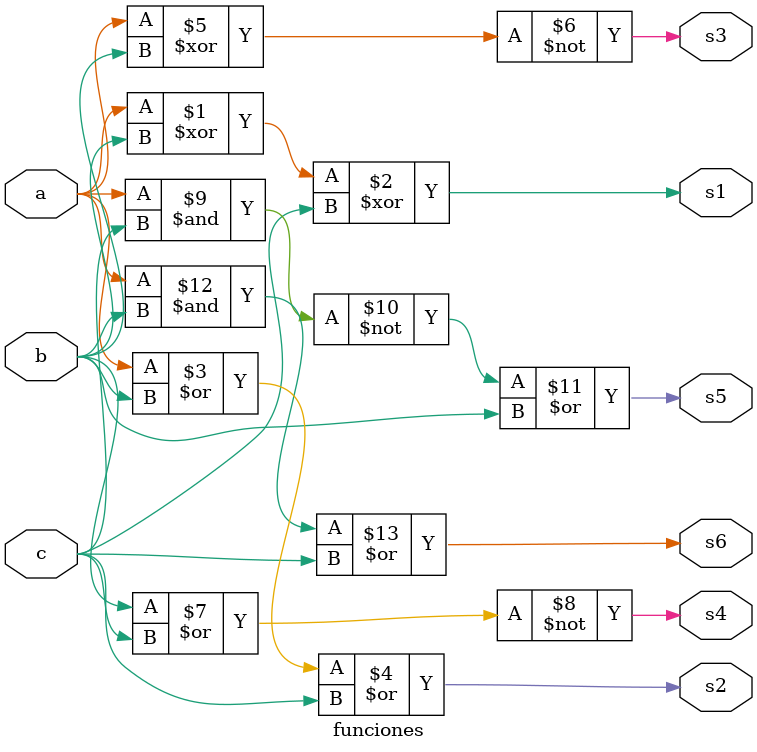
<source format=v>

module funciones (
input wire a, b, c, // Entradas a, b y c
output wire s1, // declaracion de las salidas
output wire s2,
output wire s3,
output wire s4,
output wire s5,
output wire s6
) ; // completar las otras 3 salidas
assign s1 = a ^ b ^ c; // 
assign s2 = a | b | c; // 
assign s3 = ~( a ^ b ); //  
assign s4 = ~(b | c);
assign s5 = (~(a & c)) | b;
assign s6 = (a & b) | c; 
endmodule
</source>
